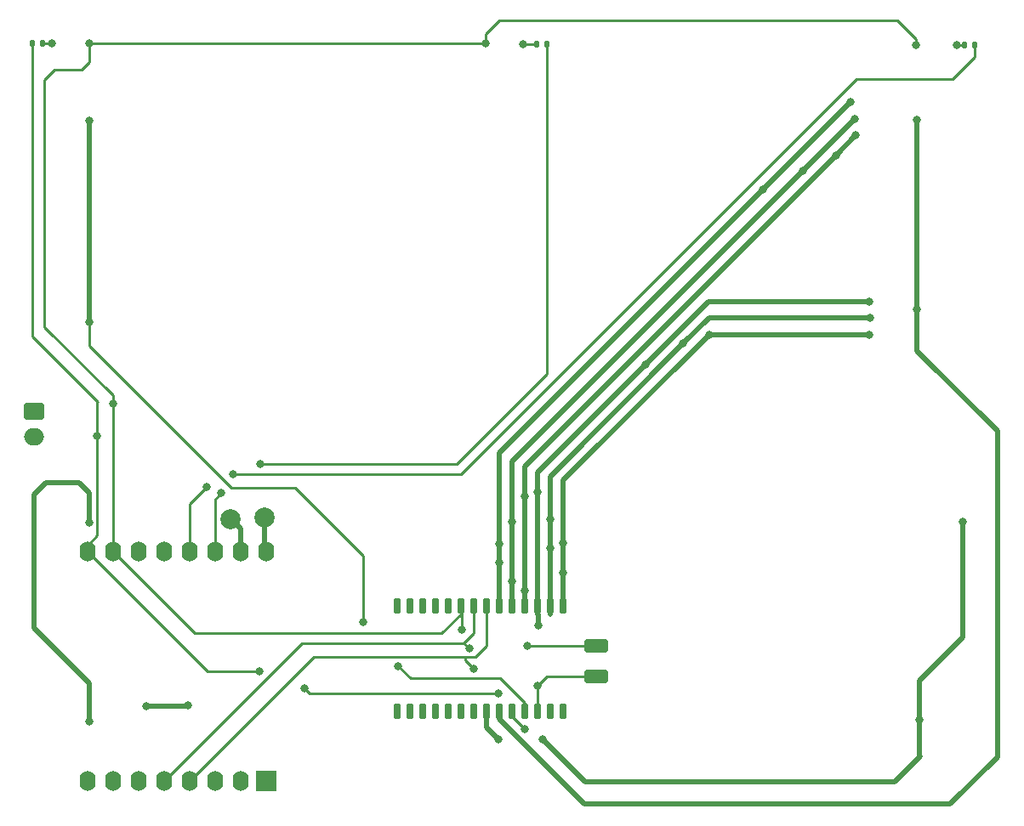
<source format=gbr>
%TF.GenerationSoftware,KiCad,Pcbnew,7.0.10-7.0.10~ubuntu22.04.1*%
%TF.CreationDate,2025-06-15T10:20:50+07:00*%
%TF.ProjectId,servermon,73657276-6572-46d6-9f6e-2e6b69636164,rev?*%
%TF.SameCoordinates,Original*%
%TF.FileFunction,Copper,L2,Bot*%
%TF.FilePolarity,Positive*%
%FSLAX46Y46*%
G04 Gerber Fmt 4.6, Leading zero omitted, Abs format (unit mm)*
G04 Created by KiCad (PCBNEW 7.0.10-7.0.10~ubuntu22.04.1) date 2025-06-15 10:20:50*
%MOMM*%
%LPD*%
G01*
G04 APERTURE LIST*
G04 Aperture macros list*
%AMRoundRect*
0 Rectangle with rounded corners*
0 $1 Rounding radius*
0 $2 $3 $4 $5 $6 $7 $8 $9 X,Y pos of 4 corners*
0 Add a 4 corners polygon primitive as box body*
4,1,4,$2,$3,$4,$5,$6,$7,$8,$9,$2,$3,0*
0 Add four circle primitives for the rounded corners*
1,1,$1+$1,$2,$3*
1,1,$1+$1,$4,$5*
1,1,$1+$1,$6,$7*
1,1,$1+$1,$8,$9*
0 Add four rect primitives between the rounded corners*
20,1,$1+$1,$2,$3,$4,$5,0*
20,1,$1+$1,$4,$5,$6,$7,0*
20,1,$1+$1,$6,$7,$8,$9,0*
20,1,$1+$1,$8,$9,$2,$3,0*%
G04 Aperture macros list end*
%TA.AperFunction,SMDPad,CuDef*%
%ADD10R,2.000000X2.000000*%
%TD*%
%TA.AperFunction,SMDPad,CuDef*%
%ADD11O,1.600000X2.000000*%
%TD*%
%TA.AperFunction,SMDPad,CuDef*%
%ADD12RoundRect,0.250000X0.925000X-0.412500X0.925000X0.412500X-0.925000X0.412500X-0.925000X-0.412500X0*%
%TD*%
%TA.AperFunction,SMDPad,CuDef*%
%ADD13RoundRect,0.135000X-0.135000X-0.185000X0.135000X-0.185000X0.135000X0.185000X-0.135000X0.185000X0*%
%TD*%
%TA.AperFunction,SMDPad,CuDef*%
%ADD14RoundRect,0.135000X0.135000X0.185000X-0.135000X0.185000X-0.135000X-0.185000X0.135000X-0.185000X0*%
%TD*%
%TA.AperFunction,SMDPad,CuDef*%
%ADD15RoundRect,0.150000X-0.150000X0.650000X-0.150000X-0.650000X0.150000X-0.650000X0.150000X0.650000X0*%
%TD*%
%TA.AperFunction,SMDPad,CuDef*%
%ADD16C,2.000000*%
%TD*%
%TA.AperFunction,ComponentPad*%
%ADD17RoundRect,0.250000X-0.750000X0.600000X-0.750000X-0.600000X0.750000X-0.600000X0.750000X0.600000X0*%
%TD*%
%TA.AperFunction,ComponentPad*%
%ADD18O,2.000000X1.700000*%
%TD*%
%TA.AperFunction,ViaPad*%
%ADD19C,0.800000*%
%TD*%
%TA.AperFunction,Conductor*%
%ADD20C,0.250000*%
%TD*%
%TA.AperFunction,Conductor*%
%ADD21C,0.500000*%
%TD*%
G04 APERTURE END LIST*
D10*
%TO.P,U2,1,~{RST}*%
%TO.N,unconnected-(U2-~{RST}-Pad1)*%
X105918000Y-148082000D03*
D11*
%TO.P,U2,2,A0*%
%TO.N,unconnected-(U2-A0-Pad2)*%
X103378000Y-148082000D03*
%TO.P,U2,3,D0*%
%TO.N,unconnected-(U2-D0-Pad3)*%
X100838000Y-148082000D03*
%TO.P,U2,4,SCK/D5*%
%TO.N,Net-(U1-SCLK)*%
X98298000Y-148082000D03*
%TO.P,U2,5,MISO/D6*%
%TO.N,Net-(U1-DIN)*%
X95758000Y-148082000D03*
%TO.P,U2,6,MOSI/D7*%
%TO.N,unconnected-(U2-MOSI{slash}D7-Pad6)*%
X93218000Y-148082000D03*
%TO.P,U2,7,CS/D8*%
%TO.N,unconnected-(U2-CS{slash}D8-Pad7)*%
X90678000Y-148082000D03*
%TO.P,U2,8,3V3*%
%TO.N,unconnected-(U2-3V3-Pad8)*%
X88138000Y-148082000D03*
%TO.P,U2,9,5V*%
%TO.N,Net-(J1-Pin_2)*%
X88138000Y-125222000D03*
%TO.P,U2,10,GND*%
%TO.N,Net-(D10-K)*%
X90678000Y-125222000D03*
%TO.P,U2,11,D4*%
%TO.N,unconnected-(U2-D4-Pad11)*%
X93218000Y-125222000D03*
%TO.P,U2,12,D3*%
%TO.N,unconnected-(U2-D3-Pad12)*%
X95758000Y-125222000D03*
%TO.P,U2,13,SDA/D2*%
%TO.N,Net-(U2-SDA{slash}D2)*%
X98298000Y-125222000D03*
%TO.P,U2,14,SCL/D1*%
%TO.N,Net-(U2-SCL{slash}D1)*%
X100838000Y-125222000D03*
%TO.P,U2,15,RX*%
%TO.N,Net-(U2-RX)*%
X103378000Y-125222000D03*
%TO.P,U2,16,TX*%
%TO.N,Net-(U2-TX)*%
X105918000Y-125222000D03*
%TD*%
D12*
%TO.P,C2,1*%
%TO.N,Net-(J1-Pin_2)*%
X138785600Y-137630700D03*
%TO.P,C2,2*%
%TO.N,Net-(D10-K)*%
X138785600Y-134555700D03*
%TD*%
D13*
%TO.P,R3,1*%
%TO.N,Net-(D10-A)*%
X132840000Y-74625200D03*
%TO.P,R3,2*%
%TO.N,Net-(U2-SCL{slash}D1)*%
X133860000Y-74625200D03*
%TD*%
D14*
%TO.P,R5,1*%
%TO.N,Net-(D9-A)*%
X83669600Y-74574400D03*
%TO.P,R5,2*%
%TO.N,Net-(J1-Pin_2)*%
X82649600Y-74574400D03*
%TD*%
D15*
%TO.P,U1,1,GRID12*%
%TO.N,unconnected-(U1-GRID12-Pad1)*%
X118973600Y-130606800D03*
%TO.P,U1,2,GRID13*%
%TO.N,unconnected-(U1-GRID13-Pad2)*%
X120243600Y-130606800D03*
%TO.P,U1,3,GRID14*%
%TO.N,unconnected-(U1-GRID14-Pad3)*%
X121513600Y-130606800D03*
%TO.P,U1,4,GRID15*%
%TO.N,unconnected-(U1-GRID15-Pad4)*%
X122783600Y-130606800D03*
%TO.P,U1,5,GRID16*%
%TO.N,unconnected-(U1-GRID16-Pad5)*%
X124053600Y-130606800D03*
%TO.P,U1,6,VSS*%
%TO.N,Net-(D10-K)*%
X125323600Y-130606800D03*
%TO.P,U1,7,DIN*%
%TO.N,Net-(U1-DIN)*%
X126593600Y-130606800D03*
%TO.P,U1,8,SCLK*%
%TO.N,Net-(U1-SCLK)*%
X127863600Y-130606800D03*
%TO.P,U1,9,SEG1*%
%TO.N,Net-(D1-BA)*%
X129133600Y-130606800D03*
%TO.P,U1,10,SEG2*%
%TO.N,Net-(D1-GA)*%
X130403600Y-130606800D03*
%TO.P,U1,11,SEG3*%
%TO.N,Net-(D1-RA)*%
X131673600Y-130606800D03*
%TO.P,U1,12,SEG4*%
%TO.N,Net-(D2-BA)*%
X132943600Y-130606800D03*
%TO.P,U1,13,SEG5*%
%TO.N,Net-(D2-GA)*%
X134213600Y-130606800D03*
%TO.P,U1,14,SEG6*%
%TO.N,Net-(D2-RA)*%
X135483600Y-130606800D03*
%TO.P,U1,15,SEG7*%
%TO.N,unconnected-(U1-SEG7-Pad15)*%
X135483600Y-141056800D03*
%TO.P,U1,16,SEG8*%
%TO.N,unconnected-(U1-SEG8-Pad16)*%
X134213600Y-141056800D03*
%TO.P,U1,17,VDD*%
%TO.N,Net-(J1-Pin_2)*%
X132943600Y-141056800D03*
%TO.P,U1,18,GRID1*%
%TO.N,Net-(D1-BK)*%
X131673600Y-141056800D03*
%TO.P,U1,19,GRID2*%
%TO.N,Net-(D3-BK)*%
X130403600Y-141056800D03*
%TO.P,U1,20,GRID3*%
%TO.N,Net-(D5-BK)*%
X129133600Y-141056800D03*
%TO.P,U1,21,GRID4*%
%TO.N,Net-(D7-BK)*%
X127863600Y-141056800D03*
%TO.P,U1,22,GRID5*%
%TO.N,unconnected-(U1-GRID5-Pad22)*%
X126593600Y-141056800D03*
%TO.P,U1,23,GRID6*%
%TO.N,unconnected-(U1-GRID6-Pad23)*%
X125323600Y-141056800D03*
%TO.P,U1,24,GRID7*%
%TO.N,unconnected-(U1-GRID7-Pad24)*%
X124053600Y-141056800D03*
%TO.P,U1,25,GRID8*%
%TO.N,unconnected-(U1-GRID8-Pad25)*%
X122783600Y-141056800D03*
%TO.P,U1,26,GRID9*%
%TO.N,unconnected-(U1-GRID9-Pad26)*%
X121513600Y-141056800D03*
%TO.P,U1,27,GRID10*%
%TO.N,unconnected-(U1-GRID10-Pad27)*%
X120243600Y-141056800D03*
%TO.P,U1,28,GRID11*%
%TO.N,unconnected-(U1-GRID11-Pad28)*%
X118973600Y-141056800D03*
%TD*%
D13*
%TO.P,R4,1*%
%TO.N,Net-(D11-A)*%
X175461200Y-74726800D03*
%TO.P,R4,2*%
%TO.N,Net-(U2-SDA{slash}D2)*%
X176481200Y-74726800D03*
%TD*%
D16*
%TO.P,TP2,1,1*%
%TO.N,Net-(U2-RX)*%
X102412800Y-121970800D03*
%TD*%
D17*
%TO.P,J1,1,Pin_1*%
%TO.N,Net-(D10-K)*%
X82854800Y-111241200D03*
D18*
%TO.P,J1,2,Pin_2*%
%TO.N,Net-(J1-Pin_2)*%
X82854800Y-113741200D03*
%TD*%
D16*
%TO.P,TP3,1,1*%
%TO.N,Net-(U2-TX)*%
X105765600Y-121767600D03*
%TD*%
D19*
%TO.N,Net-(D10-K)*%
X131927600Y-134569200D03*
X90678000Y-110439200D03*
X127812800Y-74523600D03*
X125374400Y-132943600D03*
X170637200Y-74726800D03*
X88290400Y-74523600D03*
%TO.N,Net-(D1-BK)*%
X119075200Y-136601200D03*
X88290400Y-82296000D03*
X88290400Y-102362000D03*
X115570000Y-132232400D03*
%TO.N,Net-(D1-BA)*%
X155397200Y-89103200D03*
X129133600Y-126288800D03*
X129133600Y-124409200D03*
X164084000Y-80416400D03*
%TO.N,Net-(D1-GA)*%
X159334200Y-87249000D03*
X130403600Y-122224800D03*
X164490400Y-82092800D03*
X130403600Y-128117600D03*
%TO.N,Net-(D1-RA)*%
X162636200Y-85725000D03*
X131673600Y-129082800D03*
X164642800Y-83718400D03*
X131673600Y-119684800D03*
%TO.N,Net-(D2-BA)*%
X132943600Y-119227600D03*
X132994400Y-132588000D03*
X143713200Y-106527600D03*
X165963600Y-100279200D03*
%TO.N,Net-(D2-GA)*%
X134213600Y-121970800D03*
X166014400Y-101904800D03*
X134213600Y-124815600D03*
X147447000Y-104470200D03*
%TO.N,Net-(D2-RA)*%
X98145600Y-140512800D03*
X94030800Y-140563600D03*
X135483600Y-127304800D03*
X135483600Y-124307600D03*
X150012400Y-103581200D03*
X165963600Y-103581200D03*
%TO.N,Net-(D3-BK)*%
X131673600Y-142849600D03*
X88341200Y-142138400D03*
X88290400Y-122275600D03*
%TO.N,Net-(D5-BK)*%
X170738800Y-101041200D03*
X170738800Y-82143600D03*
%TO.N,Net-(D7-BK)*%
X133451600Y-143865600D03*
X129032000Y-143916400D03*
X170992800Y-141986000D03*
X175310800Y-122224800D03*
%TO.N,Net-(U1-DIN)*%
X126136400Y-134874000D03*
%TO.N,Net-(U1-SCLK)*%
X126593600Y-136906000D03*
%TO.N,Net-(D9-A)*%
X84582000Y-74574400D03*
%TO.N,Net-(D10-A)*%
X131521200Y-74625200D03*
%TO.N,Net-(D11-A)*%
X174650400Y-74726800D03*
%TO.N,Net-(U2-SCL{slash}D1)*%
X101447600Y-119380000D03*
X105308400Y-116484400D03*
%TO.N,Net-(U2-SDA{slash}D2)*%
X102666800Y-117500400D03*
X100025200Y-118719600D03*
%TO.N,Net-(J1-Pin_2)*%
X109728000Y-138785600D03*
X132943600Y-138582400D03*
X105257600Y-137160000D03*
X89103200Y-113639600D03*
X129032000Y-139293600D03*
%TD*%
D20*
%TO.N,Net-(D11-A)*%
X175461200Y-74726800D02*
X174650400Y-74726800D01*
%TO.N,Net-(D10-K)*%
X127812800Y-73609200D02*
X127812800Y-74523600D01*
X170637200Y-74726800D02*
X170637200Y-74168000D01*
X170637200Y-74168000D02*
X168757600Y-72288400D01*
X168757600Y-72288400D02*
X129133600Y-72288400D01*
X129133600Y-72288400D02*
X127812800Y-73609200D01*
%TO.N,Net-(D9-A)*%
X83669600Y-74574400D02*
X84582000Y-74574400D01*
%TO.N,Net-(J1-Pin_2)*%
X89103200Y-113639600D02*
X89103200Y-110337600D01*
X89103200Y-110337600D02*
X89154000Y-110286800D01*
X89154000Y-110286800D02*
X82649600Y-103782400D01*
X82649600Y-103782400D02*
X82649600Y-74574400D01*
%TO.N,Net-(D10-K)*%
X90678000Y-109626400D02*
X90678000Y-110439200D01*
X127812800Y-74523600D02*
X88290400Y-74523600D01*
X88290400Y-74523600D02*
X88290400Y-76454000D01*
X88290400Y-76454000D02*
X87528400Y-77216000D01*
X87528400Y-77216000D02*
X84886800Y-77216000D01*
X84886800Y-77216000D02*
X83870800Y-78232000D01*
X83870800Y-78232000D02*
X83870800Y-102819200D01*
X83870800Y-102819200D02*
X90678000Y-109626400D01*
%TO.N,Net-(D10-A)*%
X132840000Y-74625200D02*
X131521200Y-74625200D01*
%TO.N,Net-(D10-K)*%
X123393200Y-133350000D02*
X125323600Y-131419600D01*
X90678000Y-125222000D02*
X90678000Y-110439200D01*
X131941100Y-134555700D02*
X131927600Y-134569200D01*
X125374400Y-132943600D02*
X125374400Y-130657600D01*
X90678000Y-125222000D02*
X98806000Y-133350000D01*
X98806000Y-133350000D02*
X123393200Y-133350000D01*
X125374400Y-130657600D02*
X125323600Y-130606800D01*
X125323600Y-131419600D02*
X125323600Y-130606800D01*
X138785600Y-134555700D02*
X131941100Y-134555700D01*
%TO.N,Net-(D1-BK)*%
X102463600Y-118872000D02*
X88290400Y-104698800D01*
D21*
X88290400Y-102362000D02*
X88290400Y-82296000D01*
D20*
X129235200Y-137820400D02*
X120294400Y-137820400D01*
X88290400Y-103835200D02*
X88290400Y-102362000D01*
X115570000Y-132232400D02*
X115570000Y-125628400D01*
X108813600Y-118872000D02*
X102463600Y-118872000D01*
X131673600Y-140258800D02*
X129235200Y-137820400D01*
X115570000Y-125628400D02*
X108813600Y-118872000D01*
X131673600Y-141056800D02*
X131673600Y-140258800D01*
X88290400Y-104698800D02*
X88290400Y-103835200D01*
X120294400Y-137820400D02*
X119075200Y-136601200D01*
D21*
%TO.N,Net-(D1-BA)*%
X129133600Y-124409200D02*
X129133600Y-126288800D01*
X129133600Y-126288800D02*
X129133600Y-130606800D01*
X129133600Y-115366800D02*
X129133600Y-124409200D01*
X164084000Y-80416400D02*
X155397200Y-89103200D01*
X155397200Y-89103200D02*
X129133600Y-115366800D01*
%TO.N,Net-(D1-GA)*%
X130403600Y-122224800D02*
X130403600Y-128117600D01*
X159334200Y-87249000D02*
X130403600Y-116179600D01*
X130403600Y-128117600D02*
X130403600Y-130606800D01*
X164490400Y-82092800D02*
X159334200Y-87249000D01*
X130403600Y-116179600D02*
X130403600Y-122224800D01*
%TO.N,Net-(D1-RA)*%
X131673600Y-119684800D02*
X131673600Y-129082800D01*
X164642800Y-83718400D02*
X162636200Y-85725000D01*
X131673600Y-129082800D02*
X131673600Y-130606800D01*
X162636200Y-85725000D02*
X131673600Y-116687600D01*
X131673600Y-116687600D02*
X131673600Y-119684800D01*
%TO.N,Net-(D2-BA)*%
X132943600Y-119227600D02*
X132943600Y-130606800D01*
X165963600Y-100279200D02*
X149961600Y-100279200D01*
X132943600Y-117297200D02*
X132943600Y-119227600D01*
X132994400Y-131457599D02*
X132943600Y-131406799D01*
X132994400Y-132588000D02*
X132994400Y-131457599D01*
X143713200Y-106527600D02*
X132943600Y-117297200D01*
X149961600Y-100279200D02*
X143713200Y-106527600D01*
X132943600Y-131406799D02*
X132943600Y-130606800D01*
%TO.N,Net-(D2-GA)*%
X166014400Y-101904800D02*
X150012400Y-101904800D01*
X134213600Y-117703600D02*
X134213600Y-121970800D01*
X150012400Y-101904800D02*
X147447000Y-104470200D01*
X134213600Y-124815600D02*
X134213600Y-130606800D01*
X147447000Y-104470200D02*
X134213600Y-117703600D01*
X134213600Y-131406799D02*
X134213600Y-130606800D01*
X134213600Y-121970800D02*
X134213600Y-124815600D01*
%TO.N,Net-(D2-RA)*%
X94030800Y-140563600D02*
X98094800Y-140563600D01*
X98094800Y-140563600D02*
X98145600Y-140512800D01*
X165963600Y-103581200D02*
X150012400Y-103581200D01*
X150012400Y-103581200D02*
X135483600Y-118110000D01*
X135483600Y-127304800D02*
X135483600Y-130606800D01*
X135483600Y-118110000D02*
X135483600Y-124307600D01*
X135483600Y-124307600D02*
X135483600Y-127304800D01*
%TO.N,Net-(D3-BK)*%
X82804000Y-119532400D02*
X82804000Y-119786400D01*
X82804000Y-119786400D02*
X82804000Y-132842000D01*
X87274400Y-118313200D02*
X84023200Y-118313200D01*
X88290400Y-122275600D02*
X88290400Y-119329200D01*
X88290400Y-119329200D02*
X88138000Y-119176800D01*
X88290400Y-142087600D02*
X88341200Y-142138400D01*
D20*
X130403600Y-141579600D02*
X131673600Y-142849600D01*
D21*
X84023200Y-118313200D02*
X82804000Y-119532400D01*
D20*
X130403600Y-141056800D02*
X130403600Y-141579600D01*
D21*
X88138000Y-119176800D02*
X87274400Y-118313200D01*
X88290400Y-138328400D02*
X88290400Y-142087600D01*
X82804000Y-132842000D02*
X88290400Y-138328400D01*
%TO.N,Net-(D5-BK)*%
X178714400Y-145643600D02*
X178714400Y-113182400D01*
X129133600Y-141056800D02*
X129133600Y-141856799D01*
X170738800Y-101041200D02*
X170738800Y-82143600D01*
X170738800Y-105206800D02*
X170738800Y-101041200D01*
X178714400Y-113182400D02*
X170738800Y-105206800D01*
X174040800Y-150317200D02*
X178714400Y-145643600D01*
X129133600Y-141856799D02*
X137594001Y-150317200D01*
X137594001Y-150317200D02*
X174040800Y-150317200D01*
X170688000Y-82194400D02*
X170738800Y-82143600D01*
%TO.N,Net-(D7-BK)*%
X170992800Y-138023600D02*
X170992800Y-141986000D01*
X137718800Y-148132800D02*
X168503600Y-148132800D01*
X133451600Y-143865600D02*
X137718800Y-148132800D01*
X175310800Y-133705600D02*
X170992800Y-138023600D01*
X168503600Y-148132800D02*
X171043600Y-145592800D01*
X127863600Y-141056800D02*
X127863600Y-142748000D01*
X127863600Y-142748000D02*
X129032000Y-143916400D01*
X175310800Y-122224800D02*
X175310800Y-133705600D01*
X170992800Y-145542000D02*
X170992800Y-141986000D01*
X171043600Y-145592800D02*
X170992800Y-145542000D01*
D20*
%TO.N,Net-(U1-DIN)*%
X109524800Y-134315200D02*
X125591595Y-134315200D01*
X95758000Y-148082000D02*
X109524800Y-134315200D01*
X125591595Y-134315200D02*
X125591595Y-134329195D01*
X126593600Y-133313195D02*
X126593600Y-130606800D01*
X125591595Y-134329195D02*
X126136400Y-134874000D01*
X125591595Y-134315200D02*
X126593600Y-133313195D01*
%TO.N,Net-(U1-SCLK)*%
X125730000Y-136042400D02*
X126593600Y-136906000D01*
X127863600Y-130606800D02*
X127863600Y-134620000D01*
X127863600Y-134620000D02*
X126796800Y-135686800D01*
X126796800Y-135686800D02*
X125730000Y-135686800D01*
X98298000Y-148082000D02*
X110032800Y-136347200D01*
X125730000Y-135686800D02*
X110693200Y-135686800D01*
X125730000Y-135686800D02*
X125730000Y-136042400D01*
X110693200Y-135686800D02*
X110032800Y-136347200D01*
%TO.N,Net-(U2-SCL{slash}D1)*%
X100838000Y-119989600D02*
X101447600Y-119380000D01*
X100838000Y-125222000D02*
X100838000Y-119989600D01*
X105308400Y-116484400D02*
X124866400Y-116484400D01*
X133860000Y-107490800D02*
X133860000Y-74625200D01*
X124866400Y-116484400D02*
X133860000Y-107490800D01*
%TO.N,Net-(U2-SDA{slash}D2)*%
X164693600Y-78130400D02*
X174244000Y-78130400D01*
X98298000Y-125222000D02*
X98298000Y-120446800D01*
X125323600Y-117500400D02*
X164693600Y-78130400D01*
X174244000Y-78130400D02*
X176481200Y-75893200D01*
X176481200Y-75893200D02*
X176481200Y-74726800D01*
X98298000Y-120446800D02*
X100025200Y-118719600D01*
X102666800Y-117500400D02*
X125323600Y-117500400D01*
%TO.N,Net-(J1-Pin_2)*%
X133895300Y-137630700D02*
X132943600Y-138582400D01*
X100076000Y-137160000D02*
X88138000Y-125222000D01*
X105257600Y-137160000D02*
X100076000Y-137160000D01*
X88138000Y-125222000D02*
X88138000Y-124561600D01*
X129032000Y-139293600D02*
X110236000Y-139293600D01*
X132943600Y-138582400D02*
X132943600Y-141056800D01*
X88138000Y-124561600D02*
X89103200Y-123596400D01*
X132994400Y-141107600D02*
X132943600Y-141056800D01*
X138785600Y-137630700D02*
X133895300Y-137630700D01*
X89103200Y-123596400D02*
X89103200Y-113639600D01*
X110236000Y-139293600D02*
X109728000Y-138785600D01*
D21*
%TO.N,Net-(U2-RX)*%
X103378000Y-125222000D02*
X103378000Y-122936000D01*
X103378000Y-122936000D02*
X102412800Y-121970800D01*
%TO.N,Net-(U2-TX)*%
X105765600Y-121767600D02*
X105765600Y-125069600D01*
X105765600Y-125069600D02*
X105918000Y-125222000D01*
%TD*%
M02*

</source>
